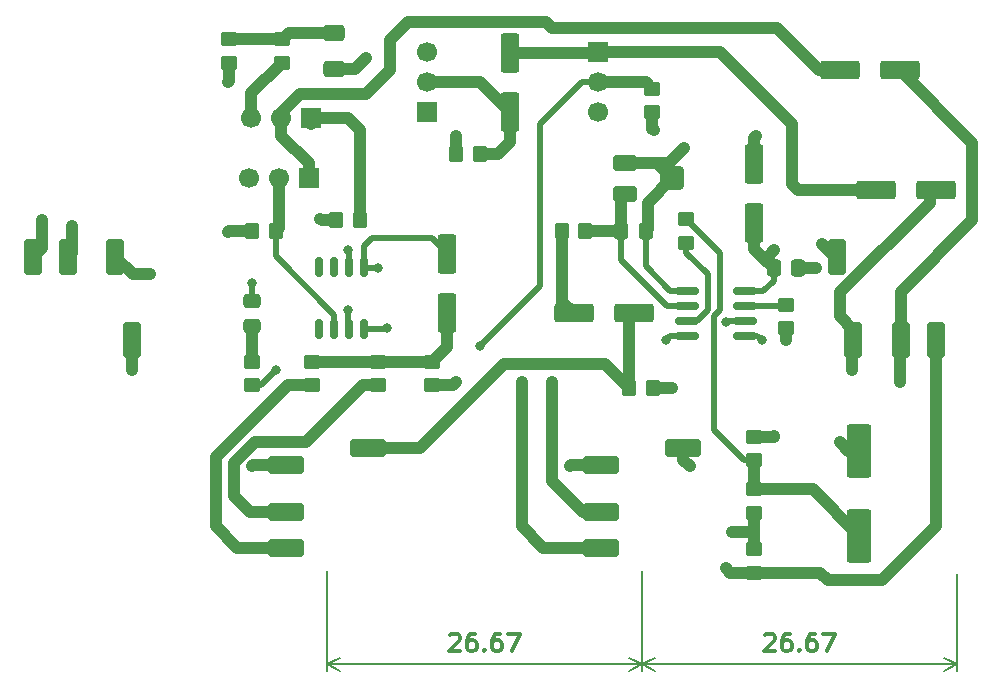
<source format=gbr>
%TF.GenerationSoftware,KiCad,Pcbnew,9.0.2*%
%TF.CreationDate,2025-12-24T14:08:25+02:00*%
%TF.ProjectId,party_line,70617274-795f-46c6-996e-652e6b696361,rev?*%
%TF.SameCoordinates,Original*%
%TF.FileFunction,Copper,L1,Top*%
%TF.FilePolarity,Positive*%
%FSLAX46Y46*%
G04 Gerber Fmt 4.6, Leading zero omitted, Abs format (unit mm)*
G04 Created by KiCad (PCBNEW 9.0.2) date 2025-12-24 14:08:25*
%MOMM*%
%LPD*%
G01*
G04 APERTURE LIST*
G04 Aperture macros list*
%AMRoundRect*
0 Rectangle with rounded corners*
0 $1 Rounding radius*
0 $2 $3 $4 $5 $6 $7 $8 $9 X,Y pos of 4 corners*
0 Add a 4 corners polygon primitive as box body*
4,1,4,$2,$3,$4,$5,$6,$7,$8,$9,$2,$3,0*
0 Add four circle primitives for the rounded corners*
1,1,$1+$1,$2,$3*
1,1,$1+$1,$4,$5*
1,1,$1+$1,$6,$7*
1,1,$1+$1,$8,$9*
0 Add four rect primitives between the rounded corners*
20,1,$1+$1,$2,$3,$4,$5,0*
20,1,$1+$1,$4,$5,$6,$7,0*
20,1,$1+$1,$6,$7,$8,$9,0*
20,1,$1+$1,$8,$9,$2,$3,0*%
G04 Aperture macros list end*
%ADD10C,0.300000*%
%TA.AperFunction,NonConductor*%
%ADD11C,0.300000*%
%TD*%
%TA.AperFunction,NonConductor*%
%ADD12C,0.200000*%
%TD*%
%TA.AperFunction,SMDPad,CuDef*%
%ADD13RoundRect,0.250000X0.550000X-1.412500X0.550000X1.412500X-0.550000X1.412500X-0.550000X-1.412500X0*%
%TD*%
%TA.AperFunction,SMDPad,CuDef*%
%ADD14RoundRect,0.225000X-0.525000X1.275000X-0.525000X-1.275000X0.525000X-1.275000X0.525000X1.275000X0*%
%TD*%
%TA.AperFunction,SMDPad,CuDef*%
%ADD15RoundRect,0.225000X1.275000X0.525000X-1.275000X0.525000X-1.275000X-0.525000X1.275000X-0.525000X0*%
%TD*%
%TA.AperFunction,SMDPad,CuDef*%
%ADD16RoundRect,0.250000X-0.350000X-0.450000X0.350000X-0.450000X0.350000X0.450000X-0.350000X0.450000X0*%
%TD*%
%TA.AperFunction,SMDPad,CuDef*%
%ADD17RoundRect,0.250000X0.450000X-0.350000X0.450000X0.350000X-0.450000X0.350000X-0.450000X-0.350000X0*%
%TD*%
%TA.AperFunction,ComponentPad*%
%ADD18R,1.700000X1.700000*%
%TD*%
%TA.AperFunction,ComponentPad*%
%ADD19C,1.700000*%
%TD*%
%TA.AperFunction,SMDPad,CuDef*%
%ADD20RoundRect,0.250000X-0.337500X-0.475000X0.337500X-0.475000X0.337500X0.475000X-0.337500X0.475000X0*%
%TD*%
%TA.AperFunction,SMDPad,CuDef*%
%ADD21RoundRect,0.250000X1.412500X0.550000X-1.412500X0.550000X-1.412500X-0.550000X1.412500X-0.550000X0*%
%TD*%
%TA.AperFunction,SMDPad,CuDef*%
%ADD22RoundRect,0.150000X0.150000X-0.675000X0.150000X0.675000X-0.150000X0.675000X-0.150000X-0.675000X0*%
%TD*%
%TA.AperFunction,SMDPad,CuDef*%
%ADD23RoundRect,0.250000X0.650000X-0.412500X0.650000X0.412500X-0.650000X0.412500X-0.650000X-0.412500X0*%
%TD*%
%TA.AperFunction,SMDPad,CuDef*%
%ADD24RoundRect,0.250000X-0.450000X0.350000X-0.450000X-0.350000X0.450000X-0.350000X0.450000X0.350000X0*%
%TD*%
%TA.AperFunction,SMDPad,CuDef*%
%ADD25RoundRect,0.250000X-1.412500X-0.550000X1.412500X-0.550000X1.412500X0.550000X-1.412500X0.550000X0*%
%TD*%
%TA.AperFunction,SMDPad,CuDef*%
%ADD26RoundRect,0.250001X0.799999X-1.999999X0.799999X1.999999X-0.799999X1.999999X-0.799999X-1.999999X0*%
%TD*%
%TA.AperFunction,SMDPad,CuDef*%
%ADD27RoundRect,0.225000X0.525000X-1.275000X0.525000X1.275000X-0.525000X1.275000X-0.525000X-1.275000X0*%
%TD*%
%TA.AperFunction,SMDPad,CuDef*%
%ADD28RoundRect,0.195000X0.805000X-0.455000X0.805000X0.455000X-0.805000X0.455000X-0.805000X-0.455000X0*%
%TD*%
%TA.AperFunction,SMDPad,CuDef*%
%ADD29RoundRect,0.300000X-0.700000X-0.700000X0.700000X-0.700000X0.700000X0.700000X-0.700000X0.700000X0*%
%TD*%
%TA.AperFunction,SMDPad,CuDef*%
%ADD30RoundRect,0.195000X-0.805000X-0.455000X0.805000X-0.455000X0.805000X0.455000X-0.805000X0.455000X0*%
%TD*%
%TA.AperFunction,SMDPad,CuDef*%
%ADD31RoundRect,0.250000X0.475000X-0.337500X0.475000X0.337500X-0.475000X0.337500X-0.475000X-0.337500X0*%
%TD*%
%TA.AperFunction,SMDPad,CuDef*%
%ADD32RoundRect,0.150000X-0.825000X-0.150000X0.825000X-0.150000X0.825000X0.150000X-0.825000X0.150000X0*%
%TD*%
%TA.AperFunction,ViaPad*%
%ADD33C,0.800000*%
%TD*%
%TA.AperFunction,Conductor*%
%ADD34C,0.500000*%
%TD*%
%TA.AperFunction,Conductor*%
%ADD35C,1.000000*%
%TD*%
G04 APERTURE END LIST*
D10*
D11*
X131056429Y-114869185D02*
X131127857Y-114797757D01*
X131127857Y-114797757D02*
X131270715Y-114726328D01*
X131270715Y-114726328D02*
X131627857Y-114726328D01*
X131627857Y-114726328D02*
X131770715Y-114797757D01*
X131770715Y-114797757D02*
X131842143Y-114869185D01*
X131842143Y-114869185D02*
X131913572Y-115012042D01*
X131913572Y-115012042D02*
X131913572Y-115154900D01*
X131913572Y-115154900D02*
X131842143Y-115369185D01*
X131842143Y-115369185D02*
X130985000Y-116226328D01*
X130985000Y-116226328D02*
X131913572Y-116226328D01*
X133199286Y-114726328D02*
X132913571Y-114726328D01*
X132913571Y-114726328D02*
X132770714Y-114797757D01*
X132770714Y-114797757D02*
X132699286Y-114869185D01*
X132699286Y-114869185D02*
X132556428Y-115083471D01*
X132556428Y-115083471D02*
X132485000Y-115369185D01*
X132485000Y-115369185D02*
X132485000Y-115940614D01*
X132485000Y-115940614D02*
X132556428Y-116083471D01*
X132556428Y-116083471D02*
X132627857Y-116154900D01*
X132627857Y-116154900D02*
X132770714Y-116226328D01*
X132770714Y-116226328D02*
X133056428Y-116226328D01*
X133056428Y-116226328D02*
X133199286Y-116154900D01*
X133199286Y-116154900D02*
X133270714Y-116083471D01*
X133270714Y-116083471D02*
X133342143Y-115940614D01*
X133342143Y-115940614D02*
X133342143Y-115583471D01*
X133342143Y-115583471D02*
X133270714Y-115440614D01*
X133270714Y-115440614D02*
X133199286Y-115369185D01*
X133199286Y-115369185D02*
X133056428Y-115297757D01*
X133056428Y-115297757D02*
X132770714Y-115297757D01*
X132770714Y-115297757D02*
X132627857Y-115369185D01*
X132627857Y-115369185D02*
X132556428Y-115440614D01*
X132556428Y-115440614D02*
X132485000Y-115583471D01*
X133984999Y-116083471D02*
X134056428Y-116154900D01*
X134056428Y-116154900D02*
X133984999Y-116226328D01*
X133984999Y-116226328D02*
X133913571Y-116154900D01*
X133913571Y-116154900D02*
X133984999Y-116083471D01*
X133984999Y-116083471D02*
X133984999Y-116226328D01*
X135342143Y-114726328D02*
X135056428Y-114726328D01*
X135056428Y-114726328D02*
X134913571Y-114797757D01*
X134913571Y-114797757D02*
X134842143Y-114869185D01*
X134842143Y-114869185D02*
X134699285Y-115083471D01*
X134699285Y-115083471D02*
X134627857Y-115369185D01*
X134627857Y-115369185D02*
X134627857Y-115940614D01*
X134627857Y-115940614D02*
X134699285Y-116083471D01*
X134699285Y-116083471D02*
X134770714Y-116154900D01*
X134770714Y-116154900D02*
X134913571Y-116226328D01*
X134913571Y-116226328D02*
X135199285Y-116226328D01*
X135199285Y-116226328D02*
X135342143Y-116154900D01*
X135342143Y-116154900D02*
X135413571Y-116083471D01*
X135413571Y-116083471D02*
X135485000Y-115940614D01*
X135485000Y-115940614D02*
X135485000Y-115583471D01*
X135485000Y-115583471D02*
X135413571Y-115440614D01*
X135413571Y-115440614D02*
X135342143Y-115369185D01*
X135342143Y-115369185D02*
X135199285Y-115297757D01*
X135199285Y-115297757D02*
X134913571Y-115297757D01*
X134913571Y-115297757D02*
X134770714Y-115369185D01*
X134770714Y-115369185D02*
X134699285Y-115440614D01*
X134699285Y-115440614D02*
X134627857Y-115583471D01*
X135984999Y-114726328D02*
X136984999Y-114726328D01*
X136984999Y-114726328D02*
X136342142Y-116226328D01*
D12*
X147320000Y-109460000D02*
X147320000Y-117934420D01*
X120650000Y-117934420D02*
X120650000Y-109460000D01*
X147320000Y-117348000D02*
X120650000Y-117348000D01*
X147320000Y-117348000D02*
X146193496Y-117934421D01*
X147320000Y-117348000D02*
X146193496Y-116761579D01*
X120650000Y-117348000D02*
X121776504Y-116761579D01*
X120650000Y-117348000D02*
X121776504Y-117934421D01*
D10*
D11*
X157726429Y-114869185D02*
X157797857Y-114797757D01*
X157797857Y-114797757D02*
X157940715Y-114726328D01*
X157940715Y-114726328D02*
X158297857Y-114726328D01*
X158297857Y-114726328D02*
X158440715Y-114797757D01*
X158440715Y-114797757D02*
X158512143Y-114869185D01*
X158512143Y-114869185D02*
X158583572Y-115012042D01*
X158583572Y-115012042D02*
X158583572Y-115154900D01*
X158583572Y-115154900D02*
X158512143Y-115369185D01*
X158512143Y-115369185D02*
X157655000Y-116226328D01*
X157655000Y-116226328D02*
X158583572Y-116226328D01*
X159869286Y-114726328D02*
X159583571Y-114726328D01*
X159583571Y-114726328D02*
X159440714Y-114797757D01*
X159440714Y-114797757D02*
X159369286Y-114869185D01*
X159369286Y-114869185D02*
X159226428Y-115083471D01*
X159226428Y-115083471D02*
X159155000Y-115369185D01*
X159155000Y-115369185D02*
X159155000Y-115940614D01*
X159155000Y-115940614D02*
X159226428Y-116083471D01*
X159226428Y-116083471D02*
X159297857Y-116154900D01*
X159297857Y-116154900D02*
X159440714Y-116226328D01*
X159440714Y-116226328D02*
X159726428Y-116226328D01*
X159726428Y-116226328D02*
X159869286Y-116154900D01*
X159869286Y-116154900D02*
X159940714Y-116083471D01*
X159940714Y-116083471D02*
X160012143Y-115940614D01*
X160012143Y-115940614D02*
X160012143Y-115583471D01*
X160012143Y-115583471D02*
X159940714Y-115440614D01*
X159940714Y-115440614D02*
X159869286Y-115369185D01*
X159869286Y-115369185D02*
X159726428Y-115297757D01*
X159726428Y-115297757D02*
X159440714Y-115297757D01*
X159440714Y-115297757D02*
X159297857Y-115369185D01*
X159297857Y-115369185D02*
X159226428Y-115440614D01*
X159226428Y-115440614D02*
X159155000Y-115583471D01*
X160654999Y-116083471D02*
X160726428Y-116154900D01*
X160726428Y-116154900D02*
X160654999Y-116226328D01*
X160654999Y-116226328D02*
X160583571Y-116154900D01*
X160583571Y-116154900D02*
X160654999Y-116083471D01*
X160654999Y-116083471D02*
X160654999Y-116226328D01*
X162012143Y-114726328D02*
X161726428Y-114726328D01*
X161726428Y-114726328D02*
X161583571Y-114797757D01*
X161583571Y-114797757D02*
X161512143Y-114869185D01*
X161512143Y-114869185D02*
X161369285Y-115083471D01*
X161369285Y-115083471D02*
X161297857Y-115369185D01*
X161297857Y-115369185D02*
X161297857Y-115940614D01*
X161297857Y-115940614D02*
X161369285Y-116083471D01*
X161369285Y-116083471D02*
X161440714Y-116154900D01*
X161440714Y-116154900D02*
X161583571Y-116226328D01*
X161583571Y-116226328D02*
X161869285Y-116226328D01*
X161869285Y-116226328D02*
X162012143Y-116154900D01*
X162012143Y-116154900D02*
X162083571Y-116083471D01*
X162083571Y-116083471D02*
X162155000Y-115940614D01*
X162155000Y-115940614D02*
X162155000Y-115583471D01*
X162155000Y-115583471D02*
X162083571Y-115440614D01*
X162083571Y-115440614D02*
X162012143Y-115369185D01*
X162012143Y-115369185D02*
X161869285Y-115297757D01*
X161869285Y-115297757D02*
X161583571Y-115297757D01*
X161583571Y-115297757D02*
X161440714Y-115369185D01*
X161440714Y-115369185D02*
X161369285Y-115440614D01*
X161369285Y-115440614D02*
X161297857Y-115583471D01*
X162654999Y-114726328D02*
X163654999Y-114726328D01*
X163654999Y-114726328D02*
X163012142Y-116226328D01*
D12*
X173990000Y-109720000D02*
X173990000Y-117934420D01*
X147320000Y-117934420D02*
X147320000Y-109470000D01*
X173990000Y-117348000D02*
X147320000Y-117348000D01*
X173990000Y-117348000D02*
X172863496Y-117934421D01*
X173990000Y-117348000D02*
X172863496Y-116761579D01*
X147320000Y-117348000D02*
X148446504Y-116761579D01*
X147320000Y-117348000D02*
X148446504Y-117934421D01*
D13*
%TO.P,C4,1*%
%TO.N,VCC*%
X156845000Y-80007500D03*
%TO.P,C4,2*%
%TO.N,GND*%
X156845000Y-74932500D03*
%TD*%
D14*
%TO.P,J1,R1*%
%TO.N,IBus*%
X169230000Y-89860000D03*
%TO.P,J1,R2*%
%TO.N,PBus*%
X165230000Y-89860000D03*
%TO.P,J1,S*%
%TO.N,GND*%
X163830000Y-82860000D03*
%TO.P,J1,T*%
%TO.N,+12V*%
X172230000Y-89860000D03*
%TD*%
D15*
%TO.P,J4,R1*%
%TO.N,Out_R*%
X117150000Y-104460000D03*
%TO.P,J4,R2*%
%TO.N,GND*%
X117150000Y-100460000D03*
%TO.P,J4,S*%
%TO.N,Mic*%
X124150000Y-99060000D03*
%TO.P,J4,T*%
%TO.N,Out_L*%
X117150000Y-107460000D03*
%TD*%
D16*
%TO.P,R17,1*%
%TO.N,GND*%
X131604000Y-74168000D03*
%TO.P,R17,2*%
%TO.N,Net-(SW2-B)*%
X133604000Y-74168000D03*
%TD*%
D17*
%TO.P,R14,1*%
%TO.N,GND*%
X129540000Y-93710000D03*
%TO.P,R14,2*%
%TO.N,Net-(C12-Pad1)*%
X129540000Y-91710000D03*
%TD*%
%TO.P,R15,1*%
%TO.N,Out_L*%
X119380000Y-93710000D03*
%TO.P,R15,2*%
%TO.N,Net-(C12-Pad1)*%
X119380000Y-91710000D03*
%TD*%
D15*
%TO.P,J3,R1*%
%TO.N,PIn_B*%
X143820000Y-104460000D03*
%TO.P,J3,R2*%
%TO.N,GND*%
X143820000Y-100460000D03*
%TO.P,J3,S*%
X150820000Y-99060000D03*
%TO.P,J3,T*%
%TO.N,PIn_A*%
X143820000Y-107460000D03*
%TD*%
D18*
%TO.P,RV3,1,1*%
%TO.N,Net-(SW1-B)*%
X119110000Y-76200000D03*
D19*
%TO.P,RV3,2,2*%
%TO.N,Net-(U2--)*%
X116570000Y-76200000D03*
%TO.P,RV3,3,3*%
%TO.N,GND*%
X114030000Y-76200000D03*
%TD*%
D20*
%TO.P,C3,1*%
%TO.N,Net-(U1A--)*%
X145582500Y-80645000D03*
%TO.P,C3,2*%
%TO.N,Net-(C3-Pad2)*%
X147657500Y-80645000D03*
%TD*%
D18*
%TO.P,SW2,1,A*%
%TO.N,PIn_B*%
X129159000Y-70612000D03*
D19*
%TO.P,SW2,2,B*%
%TO.N,Net-(SW2-B)*%
X129159000Y-68072000D03*
%TO.P,SW2,3,C*%
%TO.N,PIn_A*%
X129159000Y-65532000D03*
%TD*%
D21*
%TO.P,C9,1*%
%TO.N,PBus*%
X172209500Y-77216000D03*
%TO.P,C9,2*%
%TO.N,Net-(C7-Pad2)*%
X167134500Y-77216000D03*
%TD*%
D16*
%TO.P,R10,1*%
%TO.N,GND*%
X121412000Y-79756000D03*
%TO.P,R10,2*%
%TO.N,Net-(SW1-A)*%
X123412000Y-79756000D03*
%TD*%
D17*
%TO.P,R16,1*%
%TO.N,Out_R*%
X124968000Y-93710000D03*
%TO.P,R16,2*%
%TO.N,Net-(C12-Pad1)*%
X124968000Y-91710000D03*
%TD*%
D13*
%TO.P,C7,1*%
%TO.N,Net-(SW2-B)*%
X136144000Y-70609500D03*
%TO.P,C7,2*%
%TO.N,Net-(C7-Pad2)*%
X136144000Y-65534500D03*
%TD*%
D18*
%TO.P,RV2,1,1*%
%TO.N,Net-(C7-Pad2)*%
X143637000Y-65532000D03*
D19*
%TO.P,RV2,2,2*%
%TO.N,Net-(U2-+)*%
X143637000Y-68072000D03*
%TO.P,RV2,3,3*%
%TO.N,GND*%
X143637000Y-70612000D03*
%TD*%
D17*
%TO.P,R6,1*%
%TO.N,VCC*%
X156845000Y-104505000D03*
%TO.P,R6,2*%
%TO.N,VBias*%
X156845000Y-102505000D03*
%TD*%
D22*
%TO.P,U2,1,GAIN*%
%TO.N,unconnected-(U2-GAIN-Pad1)*%
X120015000Y-88985000D03*
%TO.P,U2,2,-*%
%TO.N,Net-(U2--)*%
X121285000Y-88985000D03*
%TO.P,U2,3,+*%
%TO.N,Net-(U2-+)*%
X122555000Y-88985000D03*
%TO.P,U2,4,GND*%
%TO.N,GND*%
X123825000Y-88985000D03*
%TO.P,U2,5*%
%TO.N,Net-(C12-Pad2)*%
X123825000Y-83735000D03*
%TO.P,U2,6,V+*%
%TO.N,+12V*%
X122555000Y-83735000D03*
%TO.P,U2,7,BYPASS*%
%TO.N,unconnected-(U2-BYPASS-Pad7)*%
X121285000Y-83735000D03*
%TO.P,U2,8,GAIN*%
%TO.N,unconnected-(U2-GAIN-Pad8)*%
X120015000Y-83735000D03*
%TD*%
D23*
%TO.P,C6,1*%
%TO.N,Net-(C3-Pad2)*%
X121285000Y-66967500D03*
%TO.P,C6,2*%
%TO.N,Net-(C6-Pad2)*%
X121285000Y-63842500D03*
%TD*%
D24*
%TO.P,R13,1*%
%TO.N,Net-(C11-Pad1)*%
X114300000Y-91710000D03*
%TO.P,R13,2*%
%TO.N,Net-(C12-Pad2)*%
X114300000Y-93710000D03*
%TD*%
%TO.P,R3,1*%
%TO.N,VBias*%
X151065000Y-79645000D03*
%TO.P,R3,2*%
%TO.N,Net-(U1A-+)*%
X151065000Y-81645000D03*
%TD*%
%TO.P,R2,1*%
%TO.N,Net-(R2-Pad1)*%
X159512000Y-86884000D03*
%TO.P,R2,2*%
%TO.N,GND*%
X159512000Y-88884000D03*
%TD*%
D25*
%TO.P,C1,1*%
%TO.N,Net-(C1-Pad1)*%
X141542500Y-87630000D03*
%TO.P,C1,2*%
%TO.N,Mic*%
X146617500Y-87630000D03*
%TD*%
D26*
%TO.P,C2,1*%
%TO.N,VBias*%
X165735000Y-106470000D03*
%TO.P,C2,2*%
%TO.N,GND*%
X165735000Y-99270000D03*
%TD*%
D17*
%TO.P,R5,1*%
%TO.N,+12V*%
X156845000Y-109585000D03*
%TO.P,R5,2*%
%TO.N,VCC*%
X156845000Y-107585000D03*
%TD*%
%TO.P,R8,1*%
%TO.N,GND*%
X112395000Y-66405000D03*
%TO.P,R8,2*%
%TO.N,Net-(C6-Pad2)*%
X112395000Y-64405000D03*
%TD*%
D16*
%TO.P,R1,1*%
%TO.N,Mic*%
X146255000Y-93980000D03*
%TO.P,R1,2*%
%TO.N,GND*%
X148255000Y-93980000D03*
%TD*%
%TO.P,R4,1*%
%TO.N,Net-(C1-Pad1)*%
X140540000Y-80645000D03*
%TO.P,R4,2*%
%TO.N,Net-(U1A--)*%
X142540000Y-80645000D03*
%TD*%
D27*
%TO.P,J2,R1*%
%TO.N,IBus*%
X98740000Y-82860000D03*
%TO.P,J2,R2*%
%TO.N,PBus*%
X102740000Y-82860000D03*
%TO.P,J2,S*%
%TO.N,GND*%
X104140000Y-89860000D03*
%TO.P,J2,T*%
%TO.N,+12V*%
X95740000Y-82860000D03*
%TD*%
D28*
%TO.P,RV1,1,1*%
%TO.N,Net-(U1A--)*%
X145890000Y-77500000D03*
D29*
%TO.P,RV1,2,2*%
%TO.N,Net-(C3-Pad2)*%
X149890000Y-76200000D03*
D30*
%TO.P,RV1,3,3*%
X145890000Y-74900000D03*
%TD*%
D17*
%TO.P,R11,1*%
%TO.N,GND*%
X148209000Y-70596000D03*
%TO.P,R11,2*%
%TO.N,Net-(U2-+)*%
X148209000Y-68596000D03*
%TD*%
D21*
%TO.P,C10,1*%
%TO.N,IBus*%
X169161500Y-67056000D03*
%TO.P,C10,2*%
%TO.N,Net-(SW1-B)*%
X164086500Y-67056000D03*
%TD*%
D16*
%TO.P,R12,1*%
%TO.N,GND*%
X114300000Y-80645000D03*
%TO.P,R12,2*%
%TO.N,Net-(U2--)*%
X116300000Y-80645000D03*
%TD*%
D24*
%TO.P,R9,1*%
%TO.N,Net-(C6-Pad2)*%
X116840000Y-64405000D03*
%TO.P,R9,2*%
%TO.N,Net-(SW1-C)*%
X116840000Y-66405000D03*
%TD*%
D31*
%TO.P,C11,1*%
%TO.N,Net-(C11-Pad1)*%
X114300000Y-88667500D03*
%TO.P,C11,2*%
%TO.N,GND*%
X114300000Y-86592500D03*
%TD*%
D18*
%TO.P,SW1,1,A*%
%TO.N,Net-(SW1-A)*%
X119335000Y-71120000D03*
D19*
%TO.P,SW1,2,B*%
%TO.N,Net-(SW1-B)*%
X116795000Y-71120000D03*
%TO.P,SW1,3,C*%
%TO.N,Net-(SW1-C)*%
X114255000Y-71120000D03*
%TD*%
D20*
%TO.P,C5,1*%
%TO.N,VCC*%
X158474500Y-83820000D03*
%TO.P,C5,2*%
%TO.N,GND*%
X160549500Y-83820000D03*
%TD*%
D17*
%TO.P,R7,1*%
%TO.N,VBias*%
X156845000Y-100060000D03*
%TO.P,R7,2*%
%TO.N,GND*%
X156845000Y-98060000D03*
%TD*%
D32*
%TO.P,U1,1*%
%TO.N,Net-(C3-Pad2)*%
X151130000Y-85725000D03*
%TO.P,U1,2,-*%
%TO.N,Net-(U1A--)*%
X151130000Y-86995000D03*
%TO.P,U1,3,+*%
%TO.N,Net-(U1A-+)*%
X151130000Y-88265000D03*
%TO.P,U1,4,V-*%
%TO.N,GND*%
X151130000Y-89535000D03*
%TO.P,U1,5,+*%
X156080000Y-89535000D03*
%TO.P,U1,6,-*%
X156080000Y-88265000D03*
%TO.P,U1,7*%
%TO.N,Net-(R2-Pad1)*%
X156080000Y-86995000D03*
%TO.P,U1,8,V+*%
%TO.N,VCC*%
X156080000Y-85725000D03*
%TD*%
D13*
%TO.P,C12,1*%
%TO.N,Net-(C12-Pad1)*%
X130810000Y-87630000D03*
%TO.P,C12,2*%
%TO.N,Net-(C12-Pad2)*%
X130810000Y-82555000D03*
%TD*%
D33*
%TO.N,GND*%
X131572000Y-72644000D03*
X131572000Y-93472000D03*
X162560000Y-81788000D03*
%TO.N,PBus*%
X165100000Y-92456000D03*
%TO.N,IBus*%
X169164000Y-93472000D03*
%TO.N,PIn_A*%
X137160000Y-93472000D03*
%TO.N,PIn_B*%
X139700000Y-93472000D03*
%TO.N,GND*%
X141224000Y-100584000D03*
X151384000Y-100584000D03*
X114300000Y-100584000D03*
X104140000Y-92456000D03*
%TO.N,PBus*%
X105664000Y-84328000D03*
%TO.N,IBus*%
X99060000Y-80264000D03*
%TO.N,+12V*%
X96520000Y-79756000D03*
%TO.N,VCC*%
X158496000Y-82296000D03*
X154940000Y-106172000D03*
%TO.N,Net-(C3-Pad2)*%
X150876000Y-73660000D03*
X123952000Y-66040000D03*
%TO.N,+12V*%
X122428000Y-82296000D03*
X154432000Y-109220000D03*
%TO.N,Net-(U2-+)*%
X122428000Y-87376000D03*
X133604000Y-90424000D03*
%TO.N,GND*%
X120103500Y-79651500D03*
X156972000Y-72644000D03*
X159512000Y-89916000D03*
X158496000Y-98044000D03*
X164084000Y-98552000D03*
X162052000Y-83820000D03*
X154432000Y-88392000D03*
X157480000Y-89916000D03*
X149352000Y-89916000D03*
X149860000Y-93980000D03*
X148336000Y-72136000D03*
X112268000Y-68072000D03*
X112268000Y-80772000D03*
X114300000Y-85090000D03*
X125730000Y-88900000D03*
%TO.N,Net-(C12-Pad2)*%
X116332000Y-92456000D03*
X124968000Y-83820000D03*
%TD*%
D34*
%TO.N,Net-(U2-+)*%
X138684000Y-71628000D02*
X138684000Y-85344000D01*
X138684000Y-85344000D02*
X133604000Y-90424000D01*
X142240000Y-68072000D02*
X138684000Y-71628000D01*
X143637000Y-68072000D02*
X142240000Y-68072000D01*
D35*
%TO.N,Net-(SW1-A)*%
X123412000Y-72104000D02*
X123412000Y-79756000D01*
X122428000Y-71120000D02*
X123412000Y-72104000D01*
X119335000Y-71120000D02*
X122428000Y-71120000D01*
X119335000Y-71583000D02*
X119335000Y-71120000D01*
%TO.N,GND*%
X131604000Y-72676000D02*
X131572000Y-72644000D01*
X131604000Y-74168000D02*
X131604000Y-72676000D01*
%TO.N,Net-(SW2-B)*%
X136144000Y-73152000D02*
X136144000Y-70609500D01*
X135128000Y-74168000D02*
X136144000Y-73152000D01*
X133604000Y-74168000D02*
X135128000Y-74168000D01*
%TO.N,GND*%
X131334000Y-93710000D02*
X131572000Y-93472000D01*
X129540000Y-93710000D02*
X131334000Y-93710000D01*
%TO.N,Out_R*%
X112776000Y-100294384D02*
X112776000Y-103124000D01*
X112776000Y-103124000D02*
X114112000Y-104460000D01*
X114518384Y-98552000D02*
X112776000Y-100294384D01*
X114112000Y-104460000D02*
X117150000Y-104460000D01*
X118872000Y-98552000D02*
X114518384Y-98552000D01*
X124968000Y-93710000D02*
X123714000Y-93710000D01*
X123714000Y-93710000D02*
X118872000Y-98552000D01*
%TO.N,Out_L*%
X111252000Y-99822000D02*
X117364000Y-93710000D01*
X111252000Y-105664000D02*
X111252000Y-99822000D01*
X113048000Y-107460000D02*
X111252000Y-105664000D01*
X117364000Y-93710000D02*
X119380000Y-93710000D01*
X117150000Y-107460000D02*
X113048000Y-107460000D01*
%TO.N,PBus*%
X171701500Y-77724000D02*
X172209500Y-77216000D01*
X171701500Y-78234500D02*
X171701500Y-77724000D01*
X164084000Y-87884000D02*
X164084000Y-85852000D01*
X164084000Y-85852000D02*
X171701500Y-78234500D01*
X165230000Y-89030000D02*
X164084000Y-87884000D01*
X165230000Y-89860000D02*
X165230000Y-89030000D01*
%TO.N,IBus*%
X175260000Y-79756000D02*
X169230000Y-85786000D01*
X169230000Y-85786000D02*
X169230000Y-89860000D01*
X175260000Y-73154500D02*
X175260000Y-79756000D01*
X169161500Y-67056000D02*
X175260000Y-73154500D01*
%TO.N,Net-(SW1-B)*%
X162308500Y-67056000D02*
X164086500Y-67056000D01*
X158752500Y-63500000D02*
X162308500Y-67056000D01*
%TO.N,Net-(C7-Pad2)*%
X160020000Y-76708000D02*
X160528000Y-77216000D01*
X160528000Y-77216000D02*
X167134500Y-77216000D01*
%TO.N,GND*%
X163632000Y-82860000D02*
X162560000Y-81788000D01*
X163830000Y-82860000D02*
X163632000Y-82860000D01*
%TO.N,PBus*%
X165100000Y-92456000D02*
X165100000Y-89990000D01*
X165100000Y-89990000D02*
X165230000Y-89860000D01*
%TO.N,IBus*%
X169164000Y-89926000D02*
X169230000Y-89860000D01*
X169164000Y-93472000D02*
X169164000Y-89926000D01*
%TO.N,+12V*%
X172212000Y-105664000D02*
X172212000Y-104648000D01*
X167640000Y-110236000D02*
X172212000Y-105664000D01*
X172212000Y-104648000D02*
X172230000Y-104630000D01*
X163068000Y-110236000D02*
X167640000Y-110236000D01*
X172230000Y-104630000D02*
X172230000Y-89860000D01*
X162417000Y-109585000D02*
X163068000Y-110236000D01*
X156845000Y-109585000D02*
X162417000Y-109585000D01*
%TO.N,PIn_A*%
X137160000Y-105664000D02*
X137160000Y-93472000D01*
X138956000Y-107460000D02*
X137160000Y-105664000D01*
X143820000Y-107460000D02*
X138956000Y-107460000D01*
%TO.N,PIn_B*%
X139700000Y-101840000D02*
X139700000Y-93472000D01*
X142320000Y-104460000D02*
X139700000Y-101840000D01*
X143820000Y-104460000D02*
X142320000Y-104460000D01*
%TO.N,GND*%
X141348000Y-100460000D02*
X141224000Y-100584000D01*
X143820000Y-100460000D02*
X141348000Y-100460000D01*
X150820000Y-100020000D02*
X151384000Y-100584000D01*
X150820000Y-99060000D02*
X150820000Y-100020000D01*
%TO.N,Mic*%
X128524000Y-99060000D02*
X135636000Y-91948000D01*
X124150000Y-99060000D02*
X128524000Y-99060000D01*
%TO.N,GND*%
X114424000Y-100460000D02*
X114300000Y-100584000D01*
X117150000Y-100460000D02*
X114424000Y-100460000D01*
X104140000Y-89860000D02*
X104140000Y-92456000D01*
%TO.N,PBus*%
X105664000Y-84328000D02*
X104208000Y-84328000D01*
X104208000Y-84328000D02*
X102740000Y-82860000D01*
%TO.N,IBus*%
X99060000Y-82540000D02*
X98740000Y-82860000D01*
X99060000Y-80264000D02*
X99060000Y-82540000D01*
%TO.N,+12V*%
X96520000Y-79756000D02*
X96520000Y-82080000D01*
X96520000Y-82080000D02*
X95740000Y-82860000D01*
%TO.N,Mic*%
X135636000Y-91948000D02*
X144223000Y-91948000D01*
X144223000Y-91948000D02*
X146255000Y-93980000D01*
%TO.N,VCC*%
X157469250Y-82814750D02*
X157977250Y-82814750D01*
X157977250Y-82814750D02*
X158496000Y-82296000D01*
X157469250Y-82814750D02*
X158474500Y-83820000D01*
X156845000Y-106172000D02*
X154940000Y-106172000D01*
X156845000Y-107585000D02*
X156845000Y-106172000D01*
X156845000Y-106172000D02*
X156845000Y-104505000D01*
%TO.N,Net-(SW2-B)*%
X133606500Y-68072000D02*
X136144000Y-70609500D01*
X129159000Y-68072000D02*
X133606500Y-68072000D01*
%TO.N,Net-(C3-Pad2)*%
X149636000Y-74900000D02*
X148590000Y-74900000D01*
X150876000Y-73660000D02*
X149636000Y-74900000D01*
X123024500Y-66967500D02*
X123952000Y-66040000D01*
X121285000Y-66967500D02*
X123024500Y-66967500D01*
D34*
%TO.N,Net-(C12-Pad2)*%
X124460000Y-81280000D02*
X129535000Y-81280000D01*
%TO.N,+12V*%
X122555000Y-82423000D02*
X122428000Y-82296000D01*
X122555000Y-83735000D02*
X122555000Y-82423000D01*
D35*
X154797000Y-109585000D02*
X154432000Y-109220000D01*
X156845000Y-109585000D02*
X154797000Y-109585000D01*
D34*
%TO.N,Net-(U2-+)*%
X122428000Y-88858000D02*
X122555000Y-88985000D01*
X122428000Y-87376000D02*
X122428000Y-88858000D01*
%TO.N,VBias*%
X153416000Y-87884000D02*
X153924000Y-87376000D01*
X153416000Y-97536000D02*
X153416000Y-87884000D01*
X155940000Y-100060000D02*
X153416000Y-97536000D01*
X153924000Y-87376000D02*
X153924000Y-82504000D01*
X156845000Y-100060000D02*
X155940000Y-100060000D01*
X153924000Y-82504000D02*
X151065000Y-79645000D01*
D35*
%TO.N,Net-(SW1-B)*%
X116795000Y-70657000D02*
X116795000Y-71120000D01*
X118364000Y-69088000D02*
X116795000Y-70657000D01*
X123952000Y-69088000D02*
X118364000Y-69088000D01*
X127508000Y-62992000D02*
X125984000Y-64516000D01*
X125984000Y-67056000D02*
X123952000Y-69088000D01*
X139192000Y-62992000D02*
X127508000Y-62992000D01*
X125984000Y-64516000D02*
X125984000Y-67056000D01*
X139700000Y-63500000D02*
X139192000Y-62992000D01*
X158752500Y-63500000D02*
X139700000Y-63500000D01*
%TO.N,Net-(C7-Pad2)*%
X160020000Y-71628000D02*
X153924000Y-65532000D01*
X153924000Y-65532000D02*
X143637000Y-65532000D01*
X160020000Y-76708000D02*
X160020000Y-71628000D01*
%TO.N,GND*%
X120208000Y-79756000D02*
X120103500Y-79651500D01*
X121412000Y-79756000D02*
X120208000Y-79756000D01*
X156845000Y-72771000D02*
X156972000Y-72644000D01*
X156845000Y-74932500D02*
X156845000Y-72771000D01*
X159512000Y-88884000D02*
X159512000Y-89916000D01*
D34*
%TO.N,Net-(U1A-+)*%
X152908000Y-84328000D02*
X152908000Y-87376000D01*
X151065000Y-82485000D02*
X152908000Y-84328000D01*
X152019000Y-88265000D02*
X151130000Y-88265000D01*
X151065000Y-81645000D02*
X151065000Y-82485000D01*
X152908000Y-87376000D02*
X152019000Y-88265000D01*
D35*
%TO.N,Net-(C3-Pad2)*%
X147828000Y-78262000D02*
X147828000Y-80474500D01*
X147828000Y-80474500D02*
X147657500Y-80645000D01*
X149890000Y-76200000D02*
X147828000Y-78262000D01*
D34*
%TO.N,Net-(U2--)*%
X116300000Y-82772000D02*
X116300000Y-80645000D01*
X121285000Y-88985000D02*
X121285000Y-87757000D01*
X121285000Y-87757000D02*
X116300000Y-82772000D01*
D35*
%TO.N,VBias*%
X165735000Y-106470000D02*
X161770000Y-102505000D01*
X161770000Y-102505000D02*
X156845000Y-102505000D01*
X156845000Y-102505000D02*
X156845000Y-100060000D01*
%TO.N,GND*%
X158480000Y-98060000D02*
X158496000Y-98044000D01*
X156845000Y-98060000D02*
X158480000Y-98060000D01*
X164802000Y-99270000D02*
X164084000Y-98552000D01*
X165735000Y-99270000D02*
X164802000Y-99270000D01*
X160549500Y-83820000D02*
X162052000Y-83820000D01*
%TO.N,VCC*%
X156845000Y-82190500D02*
X157469250Y-82814750D01*
X156845000Y-80007500D02*
X156845000Y-82190500D01*
D34*
X158474500Y-84857500D02*
X158474500Y-83820000D01*
X157607000Y-85725000D02*
X158474500Y-84857500D01*
X156080000Y-85725000D02*
X157607000Y-85725000D01*
%TO.N,Net-(R2-Pad1)*%
X159401000Y-86995000D02*
X159512000Y-86884000D01*
X156080000Y-86995000D02*
X159401000Y-86995000D01*
%TO.N,GND*%
X154559000Y-88265000D02*
X154432000Y-88392000D01*
X156080000Y-88265000D02*
X154559000Y-88265000D01*
X157099000Y-89535000D02*
X157480000Y-89916000D01*
X156080000Y-89535000D02*
X157099000Y-89535000D01*
X149733000Y-89535000D02*
X149352000Y-89916000D01*
X151130000Y-89535000D02*
X149733000Y-89535000D01*
D35*
%TO.N,Mic*%
X146255000Y-87992500D02*
X146617500Y-87630000D01*
X146255000Y-93980000D02*
X146255000Y-87992500D01*
%TO.N,GND*%
X148255000Y-93980000D02*
X149860000Y-93980000D01*
D34*
%TO.N,Net-(U1A--)*%
X145582500Y-83098500D02*
X145582500Y-80645000D01*
X149479000Y-86995000D02*
X145582500Y-83098500D01*
X151130000Y-86995000D02*
X149479000Y-86995000D01*
%TO.N,Net-(C3-Pad2)*%
X149733000Y-85725000D02*
X147657500Y-83649500D01*
X151130000Y-85725000D02*
X149733000Y-85725000D01*
X147657500Y-83649500D02*
X147657500Y-80645000D01*
D35*
%TO.N,Net-(C1-Pad1)*%
X141542500Y-87630000D02*
X140540000Y-86627500D01*
X140540000Y-86627500D02*
X140540000Y-80645000D01*
%TO.N,Net-(U1A--)*%
X142540000Y-80645000D02*
X145582500Y-80645000D01*
X145582500Y-77807500D02*
X145890000Y-77500000D01*
X145582500Y-80645000D02*
X145582500Y-77807500D01*
%TO.N,Net-(C3-Pad2)*%
X148590000Y-74900000D02*
X149890000Y-76200000D01*
X145890000Y-74900000D02*
X148590000Y-74900000D01*
%TO.N,GND*%
X148209000Y-72009000D02*
X148336000Y-72136000D01*
X148209000Y-70596000D02*
X148209000Y-72009000D01*
%TO.N,Net-(U2-+)*%
X147685000Y-68072000D02*
X148209000Y-68596000D01*
X143637000Y-68072000D02*
X147685000Y-68072000D01*
%TO.N,Net-(C7-Pad2)*%
X143634500Y-65534500D02*
X143637000Y-65532000D01*
X136144000Y-65534500D02*
X143634500Y-65534500D01*
%TO.N,Net-(SW1-B)*%
X119110000Y-74914000D02*
X119110000Y-76200000D01*
X116795000Y-71120000D02*
X116795000Y-72599000D01*
X116795000Y-72599000D02*
X119110000Y-74914000D01*
%TO.N,Net-(SW1-C)*%
X114255000Y-68990000D02*
X116840000Y-66405000D01*
X114255000Y-71120000D02*
X114255000Y-68990000D01*
%TO.N,Net-(C6-Pad2)*%
X117402500Y-63842500D02*
X116840000Y-64405000D01*
X121285000Y-63842500D02*
X117402500Y-63842500D01*
X112395000Y-64405000D02*
X116840000Y-64405000D01*
%TO.N,GND*%
X112395000Y-67945000D02*
X112268000Y-68072000D01*
X112395000Y-66405000D02*
X112395000Y-67945000D01*
X112395000Y-80645000D02*
X112268000Y-80772000D01*
X114300000Y-80645000D02*
X112395000Y-80645000D01*
%TO.N,Net-(U2--)*%
X116570000Y-80375000D02*
X116300000Y-80645000D01*
X116570000Y-76200000D02*
X116570000Y-80375000D01*
D34*
%TO.N,GND*%
X114300000Y-86592500D02*
X114300000Y-85090000D01*
X125645000Y-88985000D02*
X125730000Y-88900000D01*
X123825000Y-88985000D02*
X125645000Y-88985000D01*
%TO.N,Net-(C12-Pad2)*%
X123825000Y-81915000D02*
X124460000Y-81280000D01*
X129535000Y-81280000D02*
X130810000Y-82555000D01*
X123825000Y-83735000D02*
X123825000Y-81915000D01*
D35*
%TO.N,Net-(C12-Pad1)*%
X130810000Y-90440000D02*
X129540000Y-91710000D01*
X130810000Y-87630000D02*
X130810000Y-90440000D01*
X124460000Y-91710000D02*
X129540000Y-91710000D01*
X119380000Y-91710000D02*
X124460000Y-91710000D01*
%TO.N,Net-(C11-Pad1)*%
X114300000Y-91710000D02*
X114300000Y-88667500D01*
D34*
%TO.N,Net-(C12-Pad2)*%
X114300000Y-93710000D02*
X115078000Y-93710000D01*
X124968000Y-83820000D02*
X123910000Y-83820000D01*
X115078000Y-93710000D02*
X116332000Y-92456000D01*
X123910000Y-83820000D02*
X123825000Y-83735000D01*
%TD*%
M02*

</source>
